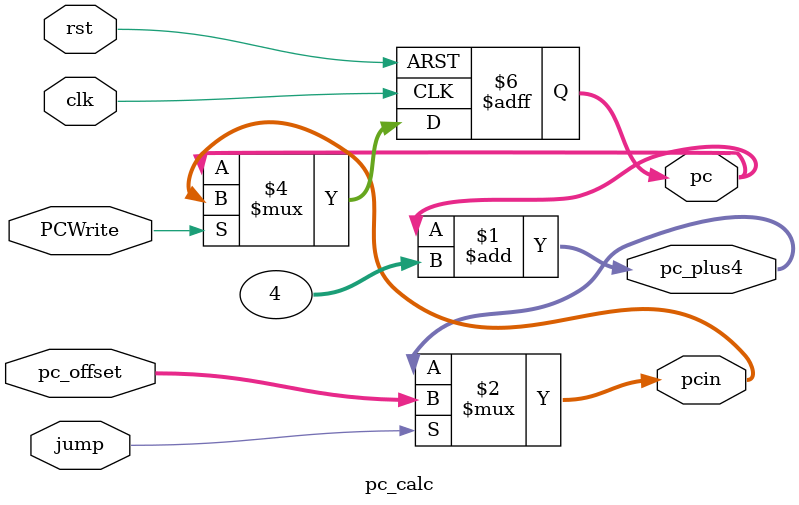
<source format=v>
`timescale 1ns / 1ps
module pc_calc(
    input clk,
    input rst,
    input [31:0]pc_offset,
    input jump,                 // jal | beq
    input PCWrite,              // stall when load-use hazard
    output [31:0] pc_plus4,     // aiming at jal : x[rd] = pc + 4
    output [31:0] pcin,         //next_pc
    output reg [31:0] pc
);

parameter start = 32'h3000;

assign pc_plus4 = pc + 4;
assign pcin = jump ? pc_offset : pc_plus4;

always @(posedge clk or posedge rst) begin
    if(rst) pc <= start;
    else if(PCWrite) pc <= pcin;
end

endmodule

</source>
